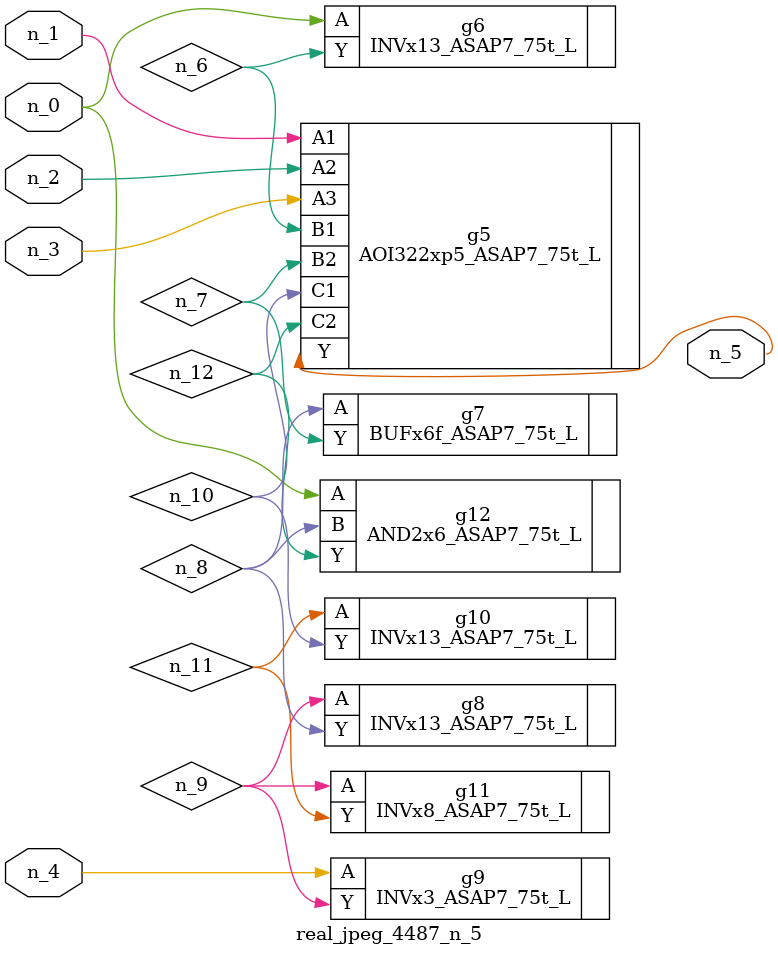
<source format=v>
module real_jpeg_4487_n_5 (n_4, n_0, n_1, n_2, n_3, n_5);

input n_4;
input n_0;
input n_1;
input n_2;
input n_3;

output n_5;

wire n_12;
wire n_8;
wire n_11;
wire n_6;
wire n_7;
wire n_10;
wire n_9;

INVx13_ASAP7_75t_L g6 ( 
.A(n_0),
.Y(n_6)
);

AND2x6_ASAP7_75t_L g12 ( 
.A(n_0),
.B(n_8),
.Y(n_12)
);

AOI322xp5_ASAP7_75t_L g5 ( 
.A1(n_1),
.A2(n_2),
.A3(n_3),
.B1(n_6),
.B2(n_7),
.C1(n_10),
.C2(n_12),
.Y(n_5)
);

INVx3_ASAP7_75t_L g9 ( 
.A(n_4),
.Y(n_9)
);

BUFx6f_ASAP7_75t_L g7 ( 
.A(n_8),
.Y(n_7)
);

INVx13_ASAP7_75t_L g8 ( 
.A(n_9),
.Y(n_8)
);

INVx8_ASAP7_75t_L g11 ( 
.A(n_9),
.Y(n_11)
);

INVx13_ASAP7_75t_L g10 ( 
.A(n_11),
.Y(n_10)
);


endmodule
</source>
